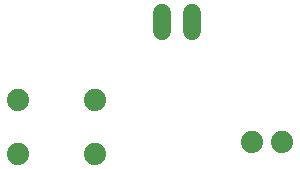
<source format=gbr>
G04 EAGLE Gerber RS-274X export*
G75*
%MOMM*%
%FSLAX34Y34*%
%LPD*%
%INBottom Copper*%
%IPPOS*%
%AMOC8*
5,1,8,0,0,1.08239X$1,22.5*%
G01*
G04 Define Apertures*
%ADD10C,1.879600*%
%ADD11C,1.524000*%
D10*
X304800Y165100D03*
X330200Y165100D03*
D11*
X228600Y259080D02*
X228600Y274320D01*
X254000Y274320D02*
X254000Y259080D01*
D10*
X172212Y155194D03*
X107188Y155194D03*
X172212Y200406D03*
X107188Y200406D03*
M02*

</source>
